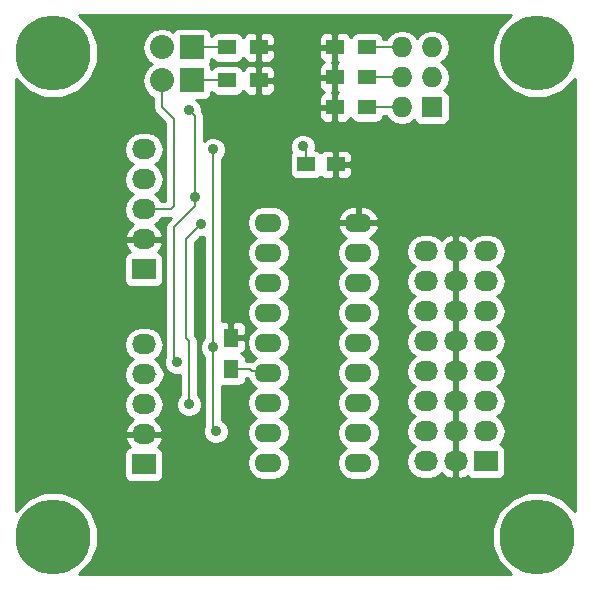
<source format=gtl>
G04 #@! TF.FileFunction,Copper,L1,Top,Signal*
%FSLAX46Y46*%
G04 Gerber Fmt 4.6, Leading zero omitted, Abs format (unit mm)*
G04 Created by KiCad (PCBNEW (after 2015-mar-04 BZR unknown)-product) date 1/1/2016 2:42:15 PM*
%MOMM*%
G01*
G04 APERTURE LIST*
%ADD10C,0.150000*%
%ADD11O,2.300000X1.600000*%
%ADD12R,1.500000X1.300000*%
%ADD13C,6.350000*%
%ADD14R,1.300000X1.500000*%
%ADD15R,1.500000X1.250000*%
%ADD16R,2.032000X2.032000*%
%ADD17O,2.032000X2.032000*%
%ADD18R,1.727200X1.727200*%
%ADD19O,1.727200X1.727200*%
%ADD20R,2.032000X1.727200*%
%ADD21O,2.032000X1.727200*%
%ADD22C,0.889000*%
%ADD23C,0.203200*%
%ADD24C,0.254000*%
G04 APERTURE END LIST*
D10*
D11*
X22225000Y-18415000D03*
X22225000Y-20955000D03*
X22225000Y-23495000D03*
X22225000Y-26035000D03*
X22225000Y-28575000D03*
X22225000Y-31115000D03*
X22225000Y-33655000D03*
X22225000Y-36195000D03*
X22225000Y-38735000D03*
X29845000Y-38735000D03*
X29845000Y-36195000D03*
X29845000Y-33655000D03*
X29845000Y-31115000D03*
X29845000Y-28575000D03*
X29845000Y-26035000D03*
X29845000Y-23495000D03*
X29845000Y-20955000D03*
X29845000Y-18415000D03*
D12*
X27860000Y-8636000D03*
X30560000Y-8636000D03*
X27860000Y-6096000D03*
X30560000Y-6096000D03*
X27860000Y-3556000D03*
X30560000Y-3556000D03*
X21416000Y-3556000D03*
X18716000Y-3556000D03*
X21416000Y-6350000D03*
X18716000Y-6350000D03*
D13*
X4000000Y-45000000D03*
X4000000Y-4000000D03*
X45000000Y-45000000D03*
X45000000Y-4000000D03*
D14*
X19050000Y-28114000D03*
X19050000Y-30814000D03*
D15*
X27920000Y-13462000D03*
X25420000Y-13462000D03*
D16*
X15748000Y-3556000D03*
D17*
X13208000Y-3556000D03*
D16*
X15748000Y-6350000D03*
D17*
X13208000Y-6350000D03*
D18*
X36068000Y-8636000D03*
D19*
X33528000Y-8636000D03*
X36068000Y-6096000D03*
X33528000Y-6096000D03*
X36068000Y-3556000D03*
X33528000Y-3556000D03*
D20*
X11684000Y-22352000D03*
D21*
X11684000Y-19812000D03*
X11684000Y-17272000D03*
X11684000Y-14732000D03*
X11684000Y-12192000D03*
D20*
X11684000Y-38862000D03*
D21*
X11684000Y-36322000D03*
X11684000Y-33782000D03*
X11684000Y-31242000D03*
X11684000Y-28702000D03*
D20*
X40640000Y-38608000D03*
D21*
X38100000Y-38608000D03*
X35560000Y-38608000D03*
X40640000Y-36068000D03*
X38100000Y-36068000D03*
X35560000Y-36068000D03*
X40640000Y-33528000D03*
X38100000Y-33528000D03*
X35560000Y-33528000D03*
X40640000Y-30988000D03*
X38100000Y-30988000D03*
X35560000Y-30988000D03*
X40640000Y-28448000D03*
X38100000Y-28448000D03*
X35560000Y-28448000D03*
X40640000Y-25908000D03*
X38100000Y-25908000D03*
X35560000Y-25908000D03*
X40640000Y-23368000D03*
X38100000Y-23368000D03*
X35560000Y-23368000D03*
X40640000Y-20828000D03*
X38100000Y-20828000D03*
X35560000Y-20828000D03*
D22*
X15494000Y-8890000D03*
X14478000Y-30226000D03*
X16002000Y-16256000D03*
X16510000Y-18542000D03*
X15494000Y-33782000D03*
X25146000Y-11938000D03*
X17526000Y-12192000D03*
X17526000Y-28956000D03*
X17780000Y-36068000D03*
D23*
X33528000Y-8636000D02*
X30560000Y-8636000D01*
X33528000Y-6096000D02*
X30560000Y-6096000D01*
X33528000Y-3556000D02*
X30560000Y-3556000D01*
X19050000Y-30814000D02*
X20654000Y-30814000D01*
X20828000Y-30988000D02*
X22225000Y-31115000D01*
X20654000Y-30814000D02*
X20828000Y-30988000D01*
X16002000Y-9398000D02*
X15494000Y-8890000D01*
X16002000Y-16256000D02*
X16002000Y-9398000D01*
X14478000Y-30226000D02*
X14224000Y-29972000D01*
X14224000Y-29972000D02*
X14224000Y-18796000D01*
X14224000Y-18796000D02*
X16002000Y-17018000D01*
X16002000Y-17018000D02*
X16002000Y-16256000D01*
X11684000Y-31242000D02*
X12700000Y-31242000D01*
X15494000Y-33782000D02*
X15494000Y-28448000D01*
X15494000Y-28448000D02*
X15240000Y-28194000D01*
X15240000Y-28194000D02*
X15240000Y-19812000D01*
X15240000Y-19812000D02*
X16510000Y-18542000D01*
X11684000Y-17272000D02*
X13970000Y-17272000D01*
X13208000Y-8636000D02*
X13208000Y-6350000D01*
X14224000Y-9652000D02*
X13208000Y-8636000D01*
X14224000Y-17018000D02*
X14224000Y-9652000D01*
X13970000Y-17272000D02*
X14224000Y-17018000D01*
X25420000Y-13462000D02*
X25420000Y-12212000D01*
X25420000Y-12212000D02*
X25146000Y-11938000D01*
X17526000Y-28956000D02*
X17526000Y-12192000D01*
X17526000Y-35814000D02*
X17526000Y-28956000D01*
X17780000Y-36068000D02*
X17526000Y-35814000D01*
X10922000Y-12192000D02*
X11684000Y-12192000D01*
X15748000Y-3556000D02*
X18716000Y-3556000D01*
X15748000Y-6350000D02*
X18716000Y-6350000D01*
D24*
G36*
X48174500Y-42787183D02*
X47161009Y-41771923D01*
X45761181Y-41190663D01*
X44245469Y-41189340D01*
X42844628Y-41768156D01*
X42323345Y-42288530D01*
X42323345Y-36068000D01*
X42209271Y-35494511D01*
X41884415Y-35008330D01*
X41569634Y-34798000D01*
X41884415Y-34587670D01*
X42209271Y-34101489D01*
X42323345Y-33528000D01*
X42209271Y-32954511D01*
X41884415Y-32468330D01*
X41569634Y-32258000D01*
X41884415Y-32047670D01*
X42209271Y-31561489D01*
X42323345Y-30988000D01*
X42209271Y-30414511D01*
X41884415Y-29928330D01*
X41569634Y-29718000D01*
X41884415Y-29507670D01*
X42209271Y-29021489D01*
X42323345Y-28448000D01*
X42209271Y-27874511D01*
X41884415Y-27388330D01*
X41569634Y-27178000D01*
X41884415Y-26967670D01*
X42209271Y-26481489D01*
X42323345Y-25908000D01*
X42209271Y-25334511D01*
X41884415Y-24848330D01*
X41569634Y-24638000D01*
X41884415Y-24427670D01*
X42209271Y-23941489D01*
X42323345Y-23368000D01*
X42209271Y-22794511D01*
X41884415Y-22308330D01*
X41569634Y-22098000D01*
X41884415Y-21887670D01*
X42209271Y-21401489D01*
X42323345Y-20828000D01*
X42209271Y-20254511D01*
X41884415Y-19768330D01*
X41398234Y-19443474D01*
X40824745Y-19329400D01*
X40455255Y-19329400D01*
X39881766Y-19443474D01*
X39395585Y-19768330D01*
X39350246Y-19836183D01*
X39014320Y-19536046D01*
X38461913Y-19342816D01*
X38227000Y-19487076D01*
X38227000Y-20701000D01*
X38247000Y-20701000D01*
X38247000Y-20955000D01*
X38227000Y-20955000D01*
X38227000Y-22027076D01*
X38227000Y-22168924D01*
X38227000Y-23241000D01*
X38247000Y-23241000D01*
X38247000Y-23495000D01*
X38227000Y-23495000D01*
X38227000Y-24567076D01*
X38227000Y-24708924D01*
X38227000Y-25781000D01*
X38247000Y-25781000D01*
X38247000Y-26035000D01*
X38227000Y-26035000D01*
X38227000Y-27107076D01*
X38227000Y-27248924D01*
X38227000Y-28321000D01*
X38247000Y-28321000D01*
X38247000Y-28575000D01*
X38227000Y-28575000D01*
X38227000Y-29647076D01*
X38227000Y-29788924D01*
X38227000Y-30861000D01*
X38247000Y-30861000D01*
X38247000Y-31115000D01*
X38227000Y-31115000D01*
X38227000Y-32187076D01*
X38227000Y-32328924D01*
X38227000Y-33401000D01*
X38247000Y-33401000D01*
X38247000Y-33655000D01*
X38227000Y-33655000D01*
X38227000Y-34727076D01*
X38227000Y-34868924D01*
X38227000Y-35941000D01*
X38247000Y-35941000D01*
X38247000Y-36195000D01*
X38227000Y-36195000D01*
X38227000Y-37267076D01*
X38227000Y-37408924D01*
X38227000Y-38481000D01*
X38247000Y-38481000D01*
X38247000Y-38735000D01*
X38227000Y-38735000D01*
X38227000Y-39948924D01*
X38461913Y-40093184D01*
X39014320Y-39899954D01*
X39097217Y-39825887D01*
X39163327Y-39926527D01*
X39374360Y-40068977D01*
X39624000Y-40119040D01*
X41656000Y-40119040D01*
X41898123Y-40072063D01*
X42110927Y-39932273D01*
X42253377Y-39721240D01*
X42303440Y-39471600D01*
X42303440Y-37744400D01*
X42256463Y-37502277D01*
X42116673Y-37289473D01*
X41905640Y-37147023D01*
X41867037Y-37139281D01*
X41884415Y-37127670D01*
X42209271Y-36641489D01*
X42323345Y-36068000D01*
X42323345Y-42288530D01*
X41771923Y-42838991D01*
X41190663Y-44238819D01*
X41189340Y-45754531D01*
X41768156Y-47155372D01*
X42785507Y-48174500D01*
X37973000Y-48174500D01*
X37973000Y-39948924D01*
X37973000Y-38735000D01*
X37953000Y-38735000D01*
X37953000Y-38481000D01*
X37973000Y-38481000D01*
X37973000Y-37408924D01*
X37973000Y-37267076D01*
X37973000Y-36195000D01*
X37953000Y-36195000D01*
X37953000Y-35941000D01*
X37973000Y-35941000D01*
X37973000Y-34868924D01*
X37973000Y-34727076D01*
X37973000Y-33655000D01*
X37953000Y-33655000D01*
X37953000Y-33401000D01*
X37973000Y-33401000D01*
X37973000Y-32328924D01*
X37973000Y-32187076D01*
X37973000Y-31115000D01*
X37953000Y-31115000D01*
X37953000Y-30861000D01*
X37973000Y-30861000D01*
X37973000Y-29788924D01*
X37973000Y-29647076D01*
X37973000Y-28575000D01*
X37953000Y-28575000D01*
X37953000Y-28321000D01*
X37973000Y-28321000D01*
X37973000Y-27248924D01*
X37973000Y-27107076D01*
X37973000Y-26035000D01*
X37953000Y-26035000D01*
X37953000Y-25781000D01*
X37973000Y-25781000D01*
X37973000Y-24708924D01*
X37973000Y-24567076D01*
X37973000Y-23495000D01*
X37953000Y-23495000D01*
X37953000Y-23241000D01*
X37973000Y-23241000D01*
X37973000Y-22168924D01*
X37973000Y-22027076D01*
X37973000Y-20955000D01*
X37953000Y-20955000D01*
X37953000Y-20701000D01*
X37973000Y-20701000D01*
X37973000Y-19487076D01*
X37738087Y-19342816D01*
X37595959Y-19392531D01*
X37595959Y-6096000D01*
X37481885Y-5522511D01*
X37157029Y-5036330D01*
X36842248Y-4826000D01*
X37157029Y-4615670D01*
X37481885Y-4129489D01*
X37595959Y-3556000D01*
X37481885Y-2982511D01*
X37157029Y-2496330D01*
X36670848Y-2171474D01*
X36097359Y-2057400D01*
X36038641Y-2057400D01*
X35465152Y-2171474D01*
X34978971Y-2496330D01*
X34798000Y-2767172D01*
X34617029Y-2496330D01*
X34130848Y-2171474D01*
X33557359Y-2057400D01*
X33498641Y-2057400D01*
X32925152Y-2171474D01*
X32438971Y-2496330D01*
X32223102Y-2819400D01*
X31940637Y-2819400D01*
X31910463Y-2663877D01*
X31770673Y-2451073D01*
X31559640Y-2308623D01*
X31310000Y-2258560D01*
X29810000Y-2258560D01*
X29567877Y-2305537D01*
X29355073Y-2445327D01*
X29212623Y-2656360D01*
X29206520Y-2686791D01*
X29148327Y-2546301D01*
X28969698Y-2367673D01*
X28736309Y-2271000D01*
X28145750Y-2271000D01*
X27987000Y-2429750D01*
X27987000Y-3429000D01*
X28007000Y-3429000D01*
X28007000Y-3683000D01*
X27987000Y-3683000D01*
X27987000Y-4682250D01*
X28130750Y-4826000D01*
X27987000Y-4969750D01*
X27987000Y-5969000D01*
X28007000Y-5969000D01*
X28007000Y-6223000D01*
X27987000Y-6223000D01*
X27987000Y-7222250D01*
X28130750Y-7366000D01*
X27987000Y-7509750D01*
X27987000Y-8509000D01*
X28007000Y-8509000D01*
X28007000Y-8763000D01*
X27987000Y-8763000D01*
X27987000Y-9762250D01*
X28145750Y-9921000D01*
X28736309Y-9921000D01*
X28969698Y-9824327D01*
X29148327Y-9645699D01*
X29205546Y-9507557D01*
X29209537Y-9528123D01*
X29349327Y-9740927D01*
X29560360Y-9883377D01*
X29810000Y-9933440D01*
X31310000Y-9933440D01*
X31552123Y-9886463D01*
X31764927Y-9746673D01*
X31907377Y-9535640D01*
X31940073Y-9372600D01*
X32223102Y-9372600D01*
X32438971Y-9695670D01*
X32925152Y-10020526D01*
X33498641Y-10134600D01*
X33557359Y-10134600D01*
X34130848Y-10020526D01*
X34597529Y-9708699D01*
X34603937Y-9741723D01*
X34743727Y-9954527D01*
X34954760Y-10096977D01*
X35204400Y-10147040D01*
X36931600Y-10147040D01*
X37173723Y-10100063D01*
X37386527Y-9960273D01*
X37528977Y-9749240D01*
X37579040Y-9499600D01*
X37579040Y-7772400D01*
X37532063Y-7530277D01*
X37392273Y-7317473D01*
X37181240Y-7175023D01*
X37140340Y-7166820D01*
X37157029Y-7155670D01*
X37481885Y-6669489D01*
X37595959Y-6096000D01*
X37595959Y-19392531D01*
X37185680Y-19536046D01*
X36849753Y-19836183D01*
X36804415Y-19768330D01*
X36318234Y-19443474D01*
X35744745Y-19329400D01*
X35375255Y-19329400D01*
X34801766Y-19443474D01*
X34315585Y-19768330D01*
X33990729Y-20254511D01*
X33876655Y-20828000D01*
X33990729Y-21401489D01*
X34315585Y-21887670D01*
X34630365Y-22098000D01*
X34315585Y-22308330D01*
X33990729Y-22794511D01*
X33876655Y-23368000D01*
X33990729Y-23941489D01*
X34315585Y-24427670D01*
X34630365Y-24638000D01*
X34315585Y-24848330D01*
X33990729Y-25334511D01*
X33876655Y-25908000D01*
X33990729Y-26481489D01*
X34315585Y-26967670D01*
X34630365Y-27178000D01*
X34315585Y-27388330D01*
X33990729Y-27874511D01*
X33876655Y-28448000D01*
X33990729Y-29021489D01*
X34315585Y-29507670D01*
X34630365Y-29718000D01*
X34315585Y-29928330D01*
X33990729Y-30414511D01*
X33876655Y-30988000D01*
X33990729Y-31561489D01*
X34315585Y-32047670D01*
X34630365Y-32258000D01*
X34315585Y-32468330D01*
X33990729Y-32954511D01*
X33876655Y-33528000D01*
X33990729Y-34101489D01*
X34315585Y-34587670D01*
X34630365Y-34798000D01*
X34315585Y-35008330D01*
X33990729Y-35494511D01*
X33876655Y-36068000D01*
X33990729Y-36641489D01*
X34315585Y-37127670D01*
X34630365Y-37338000D01*
X34315585Y-37548330D01*
X33990729Y-38034511D01*
X33876655Y-38608000D01*
X33990729Y-39181489D01*
X34315585Y-39667670D01*
X34801766Y-39992526D01*
X35375255Y-40106600D01*
X35744745Y-40106600D01*
X36318234Y-39992526D01*
X36804415Y-39667670D01*
X36849753Y-39599816D01*
X37185680Y-39899954D01*
X37738087Y-40093184D01*
X37973000Y-39948924D01*
X37973000Y-48174500D01*
X31664970Y-48174500D01*
X31664970Y-38735000D01*
X31555737Y-38185849D01*
X31244668Y-37720302D01*
X30862582Y-37465000D01*
X31244668Y-37209698D01*
X31555737Y-36744151D01*
X31664970Y-36195000D01*
X31555737Y-35645849D01*
X31244668Y-35180302D01*
X30862582Y-34925000D01*
X31244668Y-34669698D01*
X31555737Y-34204151D01*
X31664970Y-33655000D01*
X31555737Y-33105849D01*
X31244668Y-32640302D01*
X30862582Y-32385000D01*
X31244668Y-32129698D01*
X31555737Y-31664151D01*
X31664970Y-31115000D01*
X31555737Y-30565849D01*
X31244668Y-30100302D01*
X30862582Y-29845000D01*
X31244668Y-29589698D01*
X31555737Y-29124151D01*
X31664970Y-28575000D01*
X31555737Y-28025849D01*
X31244668Y-27560302D01*
X30862582Y-27305000D01*
X31244668Y-27049698D01*
X31555737Y-26584151D01*
X31664970Y-26035000D01*
X31555737Y-25485849D01*
X31244668Y-25020302D01*
X30862582Y-24765000D01*
X31244668Y-24509698D01*
X31555737Y-24044151D01*
X31664970Y-23495000D01*
X31555737Y-22945849D01*
X31244668Y-22480302D01*
X30862582Y-22225000D01*
X31244668Y-21969698D01*
X31555737Y-21504151D01*
X31664970Y-20955000D01*
X31555737Y-20405849D01*
X31244668Y-19940302D01*
X30866848Y-19687850D01*
X31299500Y-19339896D01*
X31569367Y-18846819D01*
X31586904Y-18764039D01*
X31586904Y-18065961D01*
X31569367Y-17983181D01*
X31299500Y-17490104D01*
X30861483Y-17137834D01*
X30322000Y-16980000D01*
X29972000Y-16980000D01*
X29972000Y-18288000D01*
X31464915Y-18288000D01*
X31586904Y-18065961D01*
X31586904Y-18764039D01*
X31464915Y-18542000D01*
X29972000Y-18542000D01*
X29972000Y-18562000D01*
X29718000Y-18562000D01*
X29718000Y-18542000D01*
X29718000Y-18288000D01*
X29718000Y-16980000D01*
X29368000Y-16980000D01*
X29305000Y-16998431D01*
X29305000Y-14213310D01*
X29305000Y-13960691D01*
X29305000Y-13747750D01*
X29305000Y-13176250D01*
X29305000Y-12963309D01*
X29305000Y-12710690D01*
X29208327Y-12477301D01*
X29029698Y-12298673D01*
X28796309Y-12202000D01*
X28205750Y-12202000D01*
X28047000Y-12360750D01*
X28047000Y-13335000D01*
X29146250Y-13335000D01*
X29305000Y-13176250D01*
X29305000Y-13747750D01*
X29146250Y-13589000D01*
X28047000Y-13589000D01*
X28047000Y-14563250D01*
X28205750Y-14722000D01*
X28796309Y-14722000D01*
X29029698Y-14625327D01*
X29208327Y-14446699D01*
X29305000Y-14213310D01*
X29305000Y-16998431D01*
X28828517Y-17137834D01*
X28390500Y-17490104D01*
X28120633Y-17983181D01*
X28103096Y-18065961D01*
X28225085Y-18288000D01*
X29718000Y-18288000D01*
X29718000Y-18542000D01*
X28225085Y-18542000D01*
X28103096Y-18764039D01*
X28120633Y-18846819D01*
X28390500Y-19339896D01*
X28823151Y-19687850D01*
X28445332Y-19940302D01*
X28134263Y-20405849D01*
X28025030Y-20955000D01*
X28134263Y-21504151D01*
X28445332Y-21969698D01*
X28827417Y-22225000D01*
X28445332Y-22480302D01*
X28134263Y-22945849D01*
X28025030Y-23495000D01*
X28134263Y-24044151D01*
X28445332Y-24509698D01*
X28827417Y-24765000D01*
X28445332Y-25020302D01*
X28134263Y-25485849D01*
X28025030Y-26035000D01*
X28134263Y-26584151D01*
X28445332Y-27049698D01*
X28827417Y-27305000D01*
X28445332Y-27560302D01*
X28134263Y-28025849D01*
X28025030Y-28575000D01*
X28134263Y-29124151D01*
X28445332Y-29589698D01*
X28827417Y-29845000D01*
X28445332Y-30100302D01*
X28134263Y-30565849D01*
X28025030Y-31115000D01*
X28134263Y-31664151D01*
X28445332Y-32129698D01*
X28827417Y-32385000D01*
X28445332Y-32640302D01*
X28134263Y-33105849D01*
X28025030Y-33655000D01*
X28134263Y-34204151D01*
X28445332Y-34669698D01*
X28827417Y-34925000D01*
X28445332Y-35180302D01*
X28134263Y-35645849D01*
X28025030Y-36195000D01*
X28134263Y-36744151D01*
X28445332Y-37209698D01*
X28827417Y-37465000D01*
X28445332Y-37720302D01*
X28134263Y-38185849D01*
X28025030Y-38735000D01*
X28134263Y-39284151D01*
X28445332Y-39749698D01*
X28910879Y-40060767D01*
X29460030Y-40170000D01*
X30229970Y-40170000D01*
X30779121Y-40060767D01*
X31244668Y-39749698D01*
X31555737Y-39284151D01*
X31664970Y-38735000D01*
X31664970Y-48174500D01*
X27793000Y-48174500D01*
X27793000Y-14563250D01*
X27793000Y-13589000D01*
X27773000Y-13589000D01*
X27773000Y-13335000D01*
X27793000Y-13335000D01*
X27793000Y-12360750D01*
X27733000Y-12300750D01*
X27733000Y-9762250D01*
X27733000Y-8763000D01*
X27733000Y-8509000D01*
X27733000Y-7509750D01*
X27589250Y-7366000D01*
X27733000Y-7222250D01*
X27733000Y-6223000D01*
X27733000Y-5969000D01*
X27733000Y-4969750D01*
X27589250Y-4826000D01*
X27733000Y-4682250D01*
X27733000Y-3683000D01*
X27733000Y-3429000D01*
X27733000Y-2429750D01*
X27574250Y-2271000D01*
X26983691Y-2271000D01*
X26750302Y-2367673D01*
X26571673Y-2546301D01*
X26475000Y-2779690D01*
X26475000Y-3032309D01*
X26475000Y-3270250D01*
X26633750Y-3429000D01*
X27733000Y-3429000D01*
X27733000Y-3683000D01*
X26633750Y-3683000D01*
X26475000Y-3841750D01*
X26475000Y-4079691D01*
X26475000Y-4332310D01*
X26571673Y-4565699D01*
X26750302Y-4744327D01*
X26947477Y-4826000D01*
X26750302Y-4907673D01*
X26571673Y-5086301D01*
X26475000Y-5319690D01*
X26475000Y-5572309D01*
X26475000Y-5810250D01*
X26633750Y-5969000D01*
X27733000Y-5969000D01*
X27733000Y-6223000D01*
X26633750Y-6223000D01*
X26475000Y-6381750D01*
X26475000Y-6619691D01*
X26475000Y-6872310D01*
X26571673Y-7105699D01*
X26750302Y-7284327D01*
X26947477Y-7366000D01*
X26750302Y-7447673D01*
X26571673Y-7626301D01*
X26475000Y-7859690D01*
X26475000Y-8112309D01*
X26475000Y-8350250D01*
X26633750Y-8509000D01*
X27733000Y-8509000D01*
X27733000Y-8763000D01*
X26633750Y-8763000D01*
X26475000Y-8921750D01*
X26475000Y-9159691D01*
X26475000Y-9412310D01*
X26571673Y-9645699D01*
X26750302Y-9824327D01*
X26983691Y-9921000D01*
X27574250Y-9921000D01*
X27733000Y-9762250D01*
X27733000Y-12300750D01*
X27634250Y-12202000D01*
X27043691Y-12202000D01*
X26810302Y-12298673D01*
X26668823Y-12440150D01*
X26630673Y-12382073D01*
X26419640Y-12239623D01*
X26207302Y-12197040D01*
X26225313Y-12153668D01*
X26225687Y-11724216D01*
X26061689Y-11327311D01*
X25758286Y-11023378D01*
X25361668Y-10858687D01*
X24932216Y-10858313D01*
X24535311Y-11022311D01*
X24231378Y-11325714D01*
X24066687Y-11722332D01*
X24066313Y-12151784D01*
X24180348Y-12427770D01*
X24072623Y-12587360D01*
X24022560Y-12837000D01*
X24022560Y-14087000D01*
X24069537Y-14329123D01*
X24209327Y-14541927D01*
X24420360Y-14684377D01*
X24670000Y-14734440D01*
X26170000Y-14734440D01*
X26412123Y-14687463D01*
X26624927Y-14547673D01*
X26668337Y-14483362D01*
X26810302Y-14625327D01*
X27043691Y-14722000D01*
X27634250Y-14722000D01*
X27793000Y-14563250D01*
X27793000Y-48174500D01*
X24044970Y-48174500D01*
X24044970Y-38735000D01*
X23935737Y-38185849D01*
X23624668Y-37720302D01*
X23242582Y-37465000D01*
X23624668Y-37209698D01*
X23935737Y-36744151D01*
X24044970Y-36195000D01*
X23935737Y-35645849D01*
X23624668Y-35180302D01*
X23242582Y-34925000D01*
X23624668Y-34669698D01*
X23935737Y-34204151D01*
X24044970Y-33655000D01*
X23935737Y-33105849D01*
X23624668Y-32640302D01*
X23242582Y-32385000D01*
X23624668Y-32129698D01*
X23935737Y-31664151D01*
X24044970Y-31115000D01*
X23935737Y-30565849D01*
X23624668Y-30100302D01*
X23242582Y-29845000D01*
X23624668Y-29589698D01*
X23935737Y-29124151D01*
X24044970Y-28575000D01*
X23935737Y-28025849D01*
X23624668Y-27560302D01*
X23242582Y-27305000D01*
X23624668Y-27049698D01*
X23935737Y-26584151D01*
X24044970Y-26035000D01*
X23935737Y-25485849D01*
X23624668Y-25020302D01*
X23242582Y-24765000D01*
X23624668Y-24509698D01*
X23935737Y-24044151D01*
X24044970Y-23495000D01*
X23935737Y-22945849D01*
X23624668Y-22480302D01*
X23242582Y-22225000D01*
X23624668Y-21969698D01*
X23935737Y-21504151D01*
X24044970Y-20955000D01*
X23935737Y-20405849D01*
X23624668Y-19940302D01*
X23242582Y-19685000D01*
X23624668Y-19429698D01*
X23935737Y-18964151D01*
X24044970Y-18415000D01*
X23935737Y-17865849D01*
X23624668Y-17400302D01*
X23159121Y-17089233D01*
X22801000Y-17017998D01*
X22801000Y-7126310D01*
X22801000Y-6873691D01*
X22801000Y-6635750D01*
X22801000Y-6064250D01*
X22801000Y-5826309D01*
X22801000Y-5573690D01*
X22801000Y-4332310D01*
X22801000Y-4079691D01*
X22801000Y-3841750D01*
X22801000Y-3270250D01*
X22801000Y-3032309D01*
X22801000Y-2779690D01*
X22704327Y-2546301D01*
X22525698Y-2367673D01*
X22292309Y-2271000D01*
X21701750Y-2271000D01*
X21543000Y-2429750D01*
X21543000Y-3429000D01*
X22642250Y-3429000D01*
X22801000Y-3270250D01*
X22801000Y-3841750D01*
X22642250Y-3683000D01*
X21543000Y-3683000D01*
X21543000Y-4682250D01*
X21701750Y-4841000D01*
X22292309Y-4841000D01*
X22525698Y-4744327D01*
X22704327Y-4565699D01*
X22801000Y-4332310D01*
X22801000Y-5573690D01*
X22704327Y-5340301D01*
X22525698Y-5161673D01*
X22292309Y-5065000D01*
X21701750Y-5065000D01*
X21543000Y-5223750D01*
X21543000Y-6223000D01*
X22642250Y-6223000D01*
X22801000Y-6064250D01*
X22801000Y-6635750D01*
X22642250Y-6477000D01*
X21543000Y-6477000D01*
X21543000Y-7476250D01*
X21701750Y-7635000D01*
X22292309Y-7635000D01*
X22525698Y-7538327D01*
X22704327Y-7359699D01*
X22801000Y-7126310D01*
X22801000Y-17017998D01*
X22609970Y-16980000D01*
X21840030Y-16980000D01*
X21290879Y-17089233D01*
X20825332Y-17400302D01*
X20514263Y-17865849D01*
X20405030Y-18415000D01*
X20514263Y-18964151D01*
X20825332Y-19429698D01*
X21207417Y-19685000D01*
X20825332Y-19940302D01*
X20514263Y-20405849D01*
X20405030Y-20955000D01*
X20514263Y-21504151D01*
X20825332Y-21969698D01*
X21207417Y-22225000D01*
X20825332Y-22480302D01*
X20514263Y-22945849D01*
X20405030Y-23495000D01*
X20514263Y-24044151D01*
X20825332Y-24509698D01*
X21207417Y-24765000D01*
X20825332Y-25020302D01*
X20514263Y-25485849D01*
X20405030Y-26035000D01*
X20514263Y-26584151D01*
X20825332Y-27049698D01*
X21207417Y-27305000D01*
X20825332Y-27560302D01*
X20514263Y-28025849D01*
X20405030Y-28575000D01*
X20514263Y-29124151D01*
X20825332Y-29589698D01*
X21207417Y-29845000D01*
X20825332Y-30100302D01*
X20818739Y-30110168D01*
X20654000Y-30077400D01*
X20347440Y-30077400D01*
X20347440Y-30064000D01*
X20300463Y-29821877D01*
X20160673Y-29609073D01*
X19949640Y-29466623D01*
X19919208Y-29460520D01*
X20059699Y-29402327D01*
X20238327Y-29223698D01*
X20335000Y-28990309D01*
X20335000Y-28399750D01*
X20335000Y-27828250D01*
X20335000Y-27237691D01*
X20238327Y-27004302D01*
X20059699Y-26825673D01*
X19826310Y-26729000D01*
X19573691Y-26729000D01*
X19335750Y-26729000D01*
X19177000Y-26887750D01*
X19177000Y-27987000D01*
X20176250Y-27987000D01*
X20335000Y-27828250D01*
X20335000Y-28399750D01*
X20176250Y-28241000D01*
X19177000Y-28241000D01*
X19177000Y-28261000D01*
X18923000Y-28261000D01*
X18923000Y-28241000D01*
X18903000Y-28241000D01*
X18903000Y-27987000D01*
X18923000Y-27987000D01*
X18923000Y-26887750D01*
X18764250Y-26729000D01*
X18526309Y-26729000D01*
X18273690Y-26729000D01*
X18262600Y-26733593D01*
X18262600Y-12981997D01*
X18440622Y-12804286D01*
X18605313Y-12407668D01*
X18605687Y-11978216D01*
X18441689Y-11581311D01*
X18138286Y-11277378D01*
X17741668Y-11112687D01*
X17312216Y-11112313D01*
X16915311Y-11276311D01*
X16738600Y-11452713D01*
X16738600Y-9398000D01*
X16682530Y-9116115D01*
X16573446Y-8952859D01*
X16573687Y-8676216D01*
X16409689Y-8279311D01*
X16144281Y-8013440D01*
X16764000Y-8013440D01*
X17006123Y-7966463D01*
X17218927Y-7826673D01*
X17361377Y-7615640D01*
X17411440Y-7366000D01*
X17411440Y-7312001D01*
X17505327Y-7454927D01*
X17716360Y-7597377D01*
X17966000Y-7647440D01*
X19466000Y-7647440D01*
X19708123Y-7600463D01*
X19920927Y-7460673D01*
X20063377Y-7249640D01*
X20069479Y-7219208D01*
X20127673Y-7359699D01*
X20306302Y-7538327D01*
X20539691Y-7635000D01*
X21130250Y-7635000D01*
X21289000Y-7476250D01*
X21289000Y-6477000D01*
X21269000Y-6477000D01*
X21269000Y-6223000D01*
X21289000Y-6223000D01*
X21289000Y-5223750D01*
X21130250Y-5065000D01*
X20539691Y-5065000D01*
X20306302Y-5161673D01*
X20127673Y-5340301D01*
X20070453Y-5478442D01*
X20066463Y-5457877D01*
X19926673Y-5245073D01*
X19715640Y-5102623D01*
X19466000Y-5052560D01*
X17966000Y-5052560D01*
X17723877Y-5099537D01*
X17511073Y-5239327D01*
X17411440Y-5386928D01*
X17411440Y-5334000D01*
X17364463Y-5091877D01*
X17272974Y-4952603D01*
X17361377Y-4821640D01*
X17411440Y-4572000D01*
X17411440Y-4518001D01*
X17505327Y-4660927D01*
X17716360Y-4803377D01*
X17966000Y-4853440D01*
X19466000Y-4853440D01*
X19708123Y-4806463D01*
X19920927Y-4666673D01*
X20063377Y-4455640D01*
X20069479Y-4425208D01*
X20127673Y-4565699D01*
X20306302Y-4744327D01*
X20539691Y-4841000D01*
X21130250Y-4841000D01*
X21289000Y-4682250D01*
X21289000Y-3683000D01*
X21269000Y-3683000D01*
X21269000Y-3429000D01*
X21289000Y-3429000D01*
X21289000Y-2429750D01*
X21130250Y-2271000D01*
X20539691Y-2271000D01*
X20306302Y-2367673D01*
X20127673Y-2546301D01*
X20070453Y-2684442D01*
X20066463Y-2663877D01*
X19926673Y-2451073D01*
X19715640Y-2308623D01*
X19466000Y-2258560D01*
X17966000Y-2258560D01*
X17723877Y-2305537D01*
X17511073Y-2445327D01*
X17411440Y-2592928D01*
X17411440Y-2540000D01*
X17364463Y-2297877D01*
X17224673Y-2085073D01*
X17013640Y-1942623D01*
X16764000Y-1892560D01*
X14732000Y-1892560D01*
X14489877Y-1939537D01*
X14277073Y-2079327D01*
X14178836Y-2224860D01*
X13839810Y-1998330D01*
X13208000Y-1872655D01*
X12576190Y-1998330D01*
X12040567Y-2356222D01*
X11682675Y-2891845D01*
X11557000Y-3523655D01*
X11557000Y-3588345D01*
X11682675Y-4220155D01*
X12040567Y-4755778D01*
X12335730Y-4953000D01*
X12040567Y-5150222D01*
X11682675Y-5685845D01*
X11557000Y-6317655D01*
X11557000Y-6382345D01*
X11682675Y-7014155D01*
X12040567Y-7549778D01*
X12471400Y-7837651D01*
X12471400Y-8636000D01*
X12527470Y-8917885D01*
X12687145Y-9156855D01*
X13487400Y-9957110D01*
X13487400Y-16535400D01*
X13144283Y-16535400D01*
X12928415Y-16212330D01*
X12613634Y-16002000D01*
X12928415Y-15791670D01*
X13253271Y-15305489D01*
X13367345Y-14732000D01*
X13253271Y-14158511D01*
X12928415Y-13672330D01*
X12613634Y-13462000D01*
X12928415Y-13251670D01*
X13253271Y-12765489D01*
X13367345Y-12192000D01*
X13253271Y-11618511D01*
X12928415Y-11132330D01*
X12442234Y-10807474D01*
X11868745Y-10693400D01*
X11499255Y-10693400D01*
X10925766Y-10807474D01*
X10439585Y-11132330D01*
X10114729Y-11618511D01*
X10000655Y-12192000D01*
X10114729Y-12765489D01*
X10439585Y-13251670D01*
X10754365Y-13462000D01*
X10439585Y-13672330D01*
X10114729Y-14158511D01*
X10000655Y-14732000D01*
X10114729Y-15305489D01*
X10439585Y-15791670D01*
X10754365Y-16002000D01*
X10439585Y-16212330D01*
X10114729Y-16698511D01*
X10000655Y-17272000D01*
X10114729Y-17845489D01*
X10439585Y-18331670D01*
X10749069Y-18538460D01*
X10333268Y-18909964D01*
X10079291Y-19437209D01*
X10076642Y-19452974D01*
X10197783Y-19685000D01*
X11557000Y-19685000D01*
X11557000Y-19665000D01*
X11811000Y-19665000D01*
X11811000Y-19685000D01*
X13170217Y-19685000D01*
X13291358Y-19452974D01*
X13288709Y-19437209D01*
X13034732Y-18909964D01*
X12618930Y-18538460D01*
X12928415Y-18331670D01*
X13144283Y-18008600D01*
X13969690Y-18008600D01*
X13703145Y-18275145D01*
X13543470Y-18514115D01*
X13487400Y-18796000D01*
X13487400Y-29796688D01*
X13398687Y-30010332D01*
X13398313Y-30439784D01*
X13562311Y-30836689D01*
X13865714Y-31140622D01*
X14262332Y-31305313D01*
X14691784Y-31305687D01*
X14757400Y-31278574D01*
X14757400Y-32992002D01*
X14579378Y-33169714D01*
X14414687Y-33566332D01*
X14414313Y-33995784D01*
X14578311Y-34392689D01*
X14881714Y-34696622D01*
X15278332Y-34861313D01*
X15707784Y-34861687D01*
X16104689Y-34697689D01*
X16408622Y-34394286D01*
X16573313Y-33997668D01*
X16573687Y-33568216D01*
X16409689Y-33171311D01*
X16230600Y-32991909D01*
X16230600Y-28448000D01*
X16174530Y-28166115D01*
X16014855Y-27927145D01*
X15976600Y-27888890D01*
X15976600Y-20117110D01*
X16472242Y-19621467D01*
X16723784Y-19621687D01*
X16789400Y-19594574D01*
X16789400Y-28166002D01*
X16611378Y-28343714D01*
X16446687Y-28740332D01*
X16446313Y-29169784D01*
X16610311Y-29566689D01*
X16789400Y-29746090D01*
X16789400Y-35638688D01*
X16700687Y-35852332D01*
X16700313Y-36281784D01*
X16864311Y-36678689D01*
X17167714Y-36982622D01*
X17564332Y-37147313D01*
X17993784Y-37147687D01*
X18390689Y-36983689D01*
X18694622Y-36680286D01*
X18859313Y-36283668D01*
X18859687Y-35854216D01*
X18695689Y-35457311D01*
X18392286Y-35153378D01*
X18262600Y-35099527D01*
X18262600Y-32183885D01*
X18400000Y-32211440D01*
X19700000Y-32211440D01*
X19942123Y-32164463D01*
X20154927Y-32024673D01*
X20297377Y-31813640D01*
X20347440Y-31564000D01*
X20347440Y-31550600D01*
X20369620Y-31550600D01*
X20399377Y-31570483D01*
X20485660Y-31640215D01*
X20510988Y-31647690D01*
X20514263Y-31664151D01*
X20825332Y-32129698D01*
X21207417Y-32385000D01*
X20825332Y-32640302D01*
X20514263Y-33105849D01*
X20405030Y-33655000D01*
X20514263Y-34204151D01*
X20825332Y-34669698D01*
X21207417Y-34925000D01*
X20825332Y-35180302D01*
X20514263Y-35645849D01*
X20405030Y-36195000D01*
X20514263Y-36744151D01*
X20825332Y-37209698D01*
X21207417Y-37465000D01*
X20825332Y-37720302D01*
X20514263Y-38185849D01*
X20405030Y-38735000D01*
X20514263Y-39284151D01*
X20825332Y-39749698D01*
X21290879Y-40060767D01*
X21840030Y-40170000D01*
X22609970Y-40170000D01*
X23159121Y-40060767D01*
X23624668Y-39749698D01*
X23935737Y-39284151D01*
X24044970Y-38735000D01*
X24044970Y-48174500D01*
X13436600Y-48174500D01*
X13436600Y-31242000D01*
X13380530Y-30960115D01*
X13281918Y-30812533D01*
X13253271Y-30668511D01*
X12928415Y-30182330D01*
X12613634Y-29972000D01*
X12928415Y-29761670D01*
X13253271Y-29275489D01*
X13367345Y-28702000D01*
X13347440Y-28601930D01*
X13347440Y-23215600D01*
X13347440Y-21488400D01*
X13300463Y-21246277D01*
X13160673Y-21033473D01*
X12949640Y-20891023D01*
X12857354Y-20872516D01*
X13034732Y-20714036D01*
X13288709Y-20186791D01*
X13291358Y-20171026D01*
X13170217Y-19939000D01*
X11811000Y-19939000D01*
X11811000Y-19959000D01*
X11557000Y-19959000D01*
X11557000Y-19939000D01*
X10197783Y-19939000D01*
X10076642Y-20171026D01*
X10079291Y-20186791D01*
X10333268Y-20714036D01*
X10509701Y-20871673D01*
X10425877Y-20887937D01*
X10213073Y-21027727D01*
X10070623Y-21238760D01*
X10020560Y-21488400D01*
X10020560Y-23215600D01*
X10067537Y-23457723D01*
X10207327Y-23670527D01*
X10418360Y-23812977D01*
X10668000Y-23863040D01*
X12700000Y-23863040D01*
X12942123Y-23816063D01*
X13154927Y-23676273D01*
X13297377Y-23465240D01*
X13347440Y-23215600D01*
X13347440Y-28601930D01*
X13253271Y-28128511D01*
X12928415Y-27642330D01*
X12442234Y-27317474D01*
X11868745Y-27203400D01*
X11499255Y-27203400D01*
X10925766Y-27317474D01*
X10439585Y-27642330D01*
X10114729Y-28128511D01*
X10000655Y-28702000D01*
X10114729Y-29275489D01*
X10439585Y-29761670D01*
X10754365Y-29972000D01*
X10439585Y-30182330D01*
X10114729Y-30668511D01*
X10000655Y-31242000D01*
X10114729Y-31815489D01*
X10439585Y-32301670D01*
X10754365Y-32512000D01*
X10439585Y-32722330D01*
X10114729Y-33208511D01*
X10000655Y-33782000D01*
X10114729Y-34355489D01*
X10439585Y-34841670D01*
X10749069Y-35048460D01*
X10333268Y-35419964D01*
X10079291Y-35947209D01*
X10076642Y-35962974D01*
X10197783Y-36195000D01*
X11557000Y-36195000D01*
X11557000Y-36175000D01*
X11811000Y-36175000D01*
X11811000Y-36195000D01*
X13170217Y-36195000D01*
X13291358Y-35962974D01*
X13288709Y-35947209D01*
X13034732Y-35419964D01*
X12618930Y-35048460D01*
X12928415Y-34841670D01*
X13253271Y-34355489D01*
X13367345Y-33782000D01*
X13253271Y-33208511D01*
X12928415Y-32722330D01*
X12613634Y-32512000D01*
X12928415Y-32301670D01*
X13253271Y-31815489D01*
X13281918Y-31671466D01*
X13380530Y-31523885D01*
X13436600Y-31242000D01*
X13436600Y-48174500D01*
X13347440Y-48174500D01*
X13347440Y-39725600D01*
X13347440Y-37998400D01*
X13300463Y-37756277D01*
X13160673Y-37543473D01*
X12949640Y-37401023D01*
X12857354Y-37382516D01*
X13034732Y-37224036D01*
X13288709Y-36696791D01*
X13291358Y-36681026D01*
X13170217Y-36449000D01*
X11811000Y-36449000D01*
X11811000Y-36469000D01*
X11557000Y-36469000D01*
X11557000Y-36449000D01*
X10197783Y-36449000D01*
X10076642Y-36681026D01*
X10079291Y-36696791D01*
X10333268Y-37224036D01*
X10509701Y-37381673D01*
X10425877Y-37397937D01*
X10213073Y-37537727D01*
X10070623Y-37748760D01*
X10020560Y-37998400D01*
X10020560Y-39725600D01*
X10067537Y-39967723D01*
X10207327Y-40180527D01*
X10418360Y-40322977D01*
X10668000Y-40373040D01*
X12700000Y-40373040D01*
X12942123Y-40326063D01*
X13154927Y-40186273D01*
X13297377Y-39975240D01*
X13347440Y-39725600D01*
X13347440Y-48174500D01*
X6212816Y-48174500D01*
X7228077Y-47161009D01*
X7809337Y-45761181D01*
X7810660Y-44245469D01*
X7231844Y-42844628D01*
X6161009Y-41771923D01*
X4761181Y-41190663D01*
X3245469Y-41189340D01*
X1844628Y-41768156D01*
X825500Y-42785507D01*
X825500Y-6212816D01*
X1838991Y-7228077D01*
X3238819Y-7809337D01*
X4754531Y-7810660D01*
X6155372Y-7231844D01*
X7228077Y-6161009D01*
X7809337Y-4761181D01*
X7810660Y-3245469D01*
X7231844Y-1844628D01*
X6214492Y-825500D01*
X42787183Y-825500D01*
X41771923Y-1838991D01*
X41190663Y-3238819D01*
X41189340Y-4754531D01*
X41768156Y-6155372D01*
X42838991Y-7228077D01*
X44238819Y-7809337D01*
X45754531Y-7810660D01*
X47155372Y-7231844D01*
X48174500Y-6214492D01*
X48174500Y-42787183D01*
X48174500Y-42787183D01*
G37*
X48174500Y-42787183D02*
X47161009Y-41771923D01*
X45761181Y-41190663D01*
X44245469Y-41189340D01*
X42844628Y-41768156D01*
X42323345Y-42288530D01*
X42323345Y-36068000D01*
X42209271Y-35494511D01*
X41884415Y-35008330D01*
X41569634Y-34798000D01*
X41884415Y-34587670D01*
X42209271Y-34101489D01*
X42323345Y-33528000D01*
X42209271Y-32954511D01*
X41884415Y-32468330D01*
X41569634Y-32258000D01*
X41884415Y-32047670D01*
X42209271Y-31561489D01*
X42323345Y-30988000D01*
X42209271Y-30414511D01*
X41884415Y-29928330D01*
X41569634Y-29718000D01*
X41884415Y-29507670D01*
X42209271Y-29021489D01*
X42323345Y-28448000D01*
X42209271Y-27874511D01*
X41884415Y-27388330D01*
X41569634Y-27178000D01*
X41884415Y-26967670D01*
X42209271Y-26481489D01*
X42323345Y-25908000D01*
X42209271Y-25334511D01*
X41884415Y-24848330D01*
X41569634Y-24638000D01*
X41884415Y-24427670D01*
X42209271Y-23941489D01*
X42323345Y-23368000D01*
X42209271Y-22794511D01*
X41884415Y-22308330D01*
X41569634Y-22098000D01*
X41884415Y-21887670D01*
X42209271Y-21401489D01*
X42323345Y-20828000D01*
X42209271Y-20254511D01*
X41884415Y-19768330D01*
X41398234Y-19443474D01*
X40824745Y-19329400D01*
X40455255Y-19329400D01*
X39881766Y-19443474D01*
X39395585Y-19768330D01*
X39350246Y-19836183D01*
X39014320Y-19536046D01*
X38461913Y-19342816D01*
X38227000Y-19487076D01*
X38227000Y-20701000D01*
X38247000Y-20701000D01*
X38247000Y-20955000D01*
X38227000Y-20955000D01*
X38227000Y-22027076D01*
X38227000Y-22168924D01*
X38227000Y-23241000D01*
X38247000Y-23241000D01*
X38247000Y-23495000D01*
X38227000Y-23495000D01*
X38227000Y-24567076D01*
X38227000Y-24708924D01*
X38227000Y-25781000D01*
X38247000Y-25781000D01*
X38247000Y-26035000D01*
X38227000Y-26035000D01*
X38227000Y-27107076D01*
X38227000Y-27248924D01*
X38227000Y-28321000D01*
X38247000Y-28321000D01*
X38247000Y-28575000D01*
X38227000Y-28575000D01*
X38227000Y-29647076D01*
X38227000Y-29788924D01*
X38227000Y-30861000D01*
X38247000Y-30861000D01*
X38247000Y-31115000D01*
X38227000Y-31115000D01*
X38227000Y-32187076D01*
X38227000Y-32328924D01*
X38227000Y-33401000D01*
X38247000Y-33401000D01*
X38247000Y-33655000D01*
X38227000Y-33655000D01*
X38227000Y-34727076D01*
X38227000Y-34868924D01*
X38227000Y-35941000D01*
X38247000Y-35941000D01*
X38247000Y-36195000D01*
X38227000Y-36195000D01*
X38227000Y-37267076D01*
X38227000Y-37408924D01*
X38227000Y-38481000D01*
X38247000Y-38481000D01*
X38247000Y-38735000D01*
X38227000Y-38735000D01*
X38227000Y-39948924D01*
X38461913Y-40093184D01*
X39014320Y-39899954D01*
X39097217Y-39825887D01*
X39163327Y-39926527D01*
X39374360Y-40068977D01*
X39624000Y-40119040D01*
X41656000Y-40119040D01*
X41898123Y-40072063D01*
X42110927Y-39932273D01*
X42253377Y-39721240D01*
X42303440Y-39471600D01*
X42303440Y-37744400D01*
X42256463Y-37502277D01*
X42116673Y-37289473D01*
X41905640Y-37147023D01*
X41867037Y-37139281D01*
X41884415Y-37127670D01*
X42209271Y-36641489D01*
X42323345Y-36068000D01*
X42323345Y-42288530D01*
X41771923Y-42838991D01*
X41190663Y-44238819D01*
X41189340Y-45754531D01*
X41768156Y-47155372D01*
X42785507Y-48174500D01*
X37973000Y-48174500D01*
X37973000Y-39948924D01*
X37973000Y-38735000D01*
X37953000Y-38735000D01*
X37953000Y-38481000D01*
X37973000Y-38481000D01*
X37973000Y-37408924D01*
X37973000Y-37267076D01*
X37973000Y-36195000D01*
X37953000Y-36195000D01*
X37953000Y-35941000D01*
X37973000Y-35941000D01*
X37973000Y-34868924D01*
X37973000Y-34727076D01*
X37973000Y-33655000D01*
X37953000Y-33655000D01*
X37953000Y-33401000D01*
X37973000Y-33401000D01*
X37973000Y-32328924D01*
X37973000Y-32187076D01*
X37973000Y-31115000D01*
X37953000Y-31115000D01*
X37953000Y-30861000D01*
X37973000Y-30861000D01*
X37973000Y-29788924D01*
X37973000Y-29647076D01*
X37973000Y-28575000D01*
X37953000Y-28575000D01*
X37953000Y-28321000D01*
X37973000Y-28321000D01*
X37973000Y-27248924D01*
X37973000Y-27107076D01*
X37973000Y-26035000D01*
X37953000Y-26035000D01*
X37953000Y-25781000D01*
X37973000Y-25781000D01*
X37973000Y-24708924D01*
X37973000Y-24567076D01*
X37973000Y-23495000D01*
X37953000Y-23495000D01*
X37953000Y-23241000D01*
X37973000Y-23241000D01*
X37973000Y-22168924D01*
X37973000Y-22027076D01*
X37973000Y-20955000D01*
X37953000Y-20955000D01*
X37953000Y-20701000D01*
X37973000Y-20701000D01*
X37973000Y-19487076D01*
X37738087Y-19342816D01*
X37595959Y-19392531D01*
X37595959Y-6096000D01*
X37481885Y-5522511D01*
X37157029Y-5036330D01*
X36842248Y-4826000D01*
X37157029Y-4615670D01*
X37481885Y-4129489D01*
X37595959Y-3556000D01*
X37481885Y-2982511D01*
X37157029Y-2496330D01*
X36670848Y-2171474D01*
X36097359Y-2057400D01*
X36038641Y-2057400D01*
X35465152Y-2171474D01*
X34978971Y-2496330D01*
X34798000Y-2767172D01*
X34617029Y-2496330D01*
X34130848Y-2171474D01*
X33557359Y-2057400D01*
X33498641Y-2057400D01*
X32925152Y-2171474D01*
X32438971Y-2496330D01*
X32223102Y-2819400D01*
X31940637Y-2819400D01*
X31910463Y-2663877D01*
X31770673Y-2451073D01*
X31559640Y-2308623D01*
X31310000Y-2258560D01*
X29810000Y-2258560D01*
X29567877Y-2305537D01*
X29355073Y-2445327D01*
X29212623Y-2656360D01*
X29206520Y-2686791D01*
X29148327Y-2546301D01*
X28969698Y-2367673D01*
X28736309Y-2271000D01*
X28145750Y-2271000D01*
X27987000Y-2429750D01*
X27987000Y-3429000D01*
X28007000Y-3429000D01*
X28007000Y-3683000D01*
X27987000Y-3683000D01*
X27987000Y-4682250D01*
X28130750Y-4826000D01*
X27987000Y-4969750D01*
X27987000Y-5969000D01*
X28007000Y-5969000D01*
X28007000Y-6223000D01*
X27987000Y-6223000D01*
X27987000Y-7222250D01*
X28130750Y-7366000D01*
X27987000Y-7509750D01*
X27987000Y-8509000D01*
X28007000Y-8509000D01*
X28007000Y-8763000D01*
X27987000Y-8763000D01*
X27987000Y-9762250D01*
X28145750Y-9921000D01*
X28736309Y-9921000D01*
X28969698Y-9824327D01*
X29148327Y-9645699D01*
X29205546Y-9507557D01*
X29209537Y-9528123D01*
X29349327Y-9740927D01*
X29560360Y-9883377D01*
X29810000Y-9933440D01*
X31310000Y-9933440D01*
X31552123Y-9886463D01*
X31764927Y-9746673D01*
X31907377Y-9535640D01*
X31940073Y-9372600D01*
X32223102Y-9372600D01*
X32438971Y-9695670D01*
X32925152Y-10020526D01*
X33498641Y-10134600D01*
X33557359Y-10134600D01*
X34130848Y-10020526D01*
X34597529Y-9708699D01*
X34603937Y-9741723D01*
X34743727Y-9954527D01*
X34954760Y-10096977D01*
X35204400Y-10147040D01*
X36931600Y-10147040D01*
X37173723Y-10100063D01*
X37386527Y-9960273D01*
X37528977Y-9749240D01*
X37579040Y-9499600D01*
X37579040Y-7772400D01*
X37532063Y-7530277D01*
X37392273Y-7317473D01*
X37181240Y-7175023D01*
X37140340Y-7166820D01*
X37157029Y-7155670D01*
X37481885Y-6669489D01*
X37595959Y-6096000D01*
X37595959Y-19392531D01*
X37185680Y-19536046D01*
X36849753Y-19836183D01*
X36804415Y-19768330D01*
X36318234Y-19443474D01*
X35744745Y-19329400D01*
X35375255Y-19329400D01*
X34801766Y-19443474D01*
X34315585Y-19768330D01*
X33990729Y-20254511D01*
X33876655Y-20828000D01*
X33990729Y-21401489D01*
X34315585Y-21887670D01*
X34630365Y-22098000D01*
X34315585Y-22308330D01*
X33990729Y-22794511D01*
X33876655Y-23368000D01*
X33990729Y-23941489D01*
X34315585Y-24427670D01*
X34630365Y-24638000D01*
X34315585Y-24848330D01*
X33990729Y-25334511D01*
X33876655Y-25908000D01*
X33990729Y-26481489D01*
X34315585Y-26967670D01*
X34630365Y-27178000D01*
X34315585Y-27388330D01*
X33990729Y-27874511D01*
X33876655Y-28448000D01*
X33990729Y-29021489D01*
X34315585Y-29507670D01*
X34630365Y-29718000D01*
X34315585Y-29928330D01*
X33990729Y-30414511D01*
X33876655Y-30988000D01*
X33990729Y-31561489D01*
X34315585Y-32047670D01*
X34630365Y-32258000D01*
X34315585Y-32468330D01*
X33990729Y-32954511D01*
X33876655Y-33528000D01*
X33990729Y-34101489D01*
X34315585Y-34587670D01*
X34630365Y-34798000D01*
X34315585Y-35008330D01*
X33990729Y-35494511D01*
X33876655Y-36068000D01*
X33990729Y-36641489D01*
X34315585Y-37127670D01*
X34630365Y-37338000D01*
X34315585Y-37548330D01*
X33990729Y-38034511D01*
X33876655Y-38608000D01*
X33990729Y-39181489D01*
X34315585Y-39667670D01*
X34801766Y-39992526D01*
X35375255Y-40106600D01*
X35744745Y-40106600D01*
X36318234Y-39992526D01*
X36804415Y-39667670D01*
X36849753Y-39599816D01*
X37185680Y-39899954D01*
X37738087Y-40093184D01*
X37973000Y-39948924D01*
X37973000Y-48174500D01*
X31664970Y-48174500D01*
X31664970Y-38735000D01*
X31555737Y-38185849D01*
X31244668Y-37720302D01*
X30862582Y-37465000D01*
X31244668Y-37209698D01*
X31555737Y-36744151D01*
X31664970Y-36195000D01*
X31555737Y-35645849D01*
X31244668Y-35180302D01*
X30862582Y-34925000D01*
X31244668Y-34669698D01*
X31555737Y-34204151D01*
X31664970Y-33655000D01*
X31555737Y-33105849D01*
X31244668Y-32640302D01*
X30862582Y-32385000D01*
X31244668Y-32129698D01*
X31555737Y-31664151D01*
X31664970Y-31115000D01*
X31555737Y-30565849D01*
X31244668Y-30100302D01*
X30862582Y-29845000D01*
X31244668Y-29589698D01*
X31555737Y-29124151D01*
X31664970Y-28575000D01*
X31555737Y-28025849D01*
X31244668Y-27560302D01*
X30862582Y-27305000D01*
X31244668Y-27049698D01*
X31555737Y-26584151D01*
X31664970Y-26035000D01*
X31555737Y-25485849D01*
X31244668Y-25020302D01*
X30862582Y-24765000D01*
X31244668Y-24509698D01*
X31555737Y-24044151D01*
X31664970Y-23495000D01*
X31555737Y-22945849D01*
X31244668Y-22480302D01*
X30862582Y-22225000D01*
X31244668Y-21969698D01*
X31555737Y-21504151D01*
X31664970Y-20955000D01*
X31555737Y-20405849D01*
X31244668Y-19940302D01*
X30866848Y-19687850D01*
X31299500Y-19339896D01*
X31569367Y-18846819D01*
X31586904Y-18764039D01*
X31586904Y-18065961D01*
X31569367Y-17983181D01*
X31299500Y-17490104D01*
X30861483Y-17137834D01*
X30322000Y-16980000D01*
X29972000Y-16980000D01*
X29972000Y-18288000D01*
X31464915Y-18288000D01*
X31586904Y-18065961D01*
X31586904Y-18764039D01*
X31464915Y-18542000D01*
X29972000Y-18542000D01*
X29972000Y-18562000D01*
X29718000Y-18562000D01*
X29718000Y-18542000D01*
X29718000Y-18288000D01*
X29718000Y-16980000D01*
X29368000Y-16980000D01*
X29305000Y-16998431D01*
X29305000Y-14213310D01*
X29305000Y-13960691D01*
X29305000Y-13747750D01*
X29305000Y-13176250D01*
X29305000Y-12963309D01*
X29305000Y-12710690D01*
X29208327Y-12477301D01*
X29029698Y-12298673D01*
X28796309Y-12202000D01*
X28205750Y-12202000D01*
X28047000Y-12360750D01*
X28047000Y-13335000D01*
X29146250Y-13335000D01*
X29305000Y-13176250D01*
X29305000Y-13747750D01*
X29146250Y-13589000D01*
X28047000Y-13589000D01*
X28047000Y-14563250D01*
X28205750Y-14722000D01*
X28796309Y-14722000D01*
X29029698Y-14625327D01*
X29208327Y-14446699D01*
X29305000Y-14213310D01*
X29305000Y-16998431D01*
X28828517Y-17137834D01*
X28390500Y-17490104D01*
X28120633Y-17983181D01*
X28103096Y-18065961D01*
X28225085Y-18288000D01*
X29718000Y-18288000D01*
X29718000Y-18542000D01*
X28225085Y-18542000D01*
X28103096Y-18764039D01*
X28120633Y-18846819D01*
X28390500Y-19339896D01*
X28823151Y-19687850D01*
X28445332Y-19940302D01*
X28134263Y-20405849D01*
X28025030Y-20955000D01*
X28134263Y-21504151D01*
X28445332Y-21969698D01*
X28827417Y-22225000D01*
X28445332Y-22480302D01*
X28134263Y-22945849D01*
X28025030Y-23495000D01*
X28134263Y-24044151D01*
X28445332Y-24509698D01*
X28827417Y-24765000D01*
X28445332Y-25020302D01*
X28134263Y-25485849D01*
X28025030Y-26035000D01*
X28134263Y-26584151D01*
X28445332Y-27049698D01*
X28827417Y-27305000D01*
X28445332Y-27560302D01*
X28134263Y-28025849D01*
X28025030Y-28575000D01*
X28134263Y-29124151D01*
X28445332Y-29589698D01*
X28827417Y-29845000D01*
X28445332Y-30100302D01*
X28134263Y-30565849D01*
X28025030Y-31115000D01*
X28134263Y-31664151D01*
X28445332Y-32129698D01*
X28827417Y-32385000D01*
X28445332Y-32640302D01*
X28134263Y-33105849D01*
X28025030Y-33655000D01*
X28134263Y-34204151D01*
X28445332Y-34669698D01*
X28827417Y-34925000D01*
X28445332Y-35180302D01*
X28134263Y-35645849D01*
X28025030Y-36195000D01*
X28134263Y-36744151D01*
X28445332Y-37209698D01*
X28827417Y-37465000D01*
X28445332Y-37720302D01*
X28134263Y-38185849D01*
X28025030Y-38735000D01*
X28134263Y-39284151D01*
X28445332Y-39749698D01*
X28910879Y-40060767D01*
X29460030Y-40170000D01*
X30229970Y-40170000D01*
X30779121Y-40060767D01*
X31244668Y-39749698D01*
X31555737Y-39284151D01*
X31664970Y-38735000D01*
X31664970Y-48174500D01*
X27793000Y-48174500D01*
X27793000Y-14563250D01*
X27793000Y-13589000D01*
X27773000Y-13589000D01*
X27773000Y-13335000D01*
X27793000Y-13335000D01*
X27793000Y-12360750D01*
X27733000Y-12300750D01*
X27733000Y-9762250D01*
X27733000Y-8763000D01*
X27733000Y-8509000D01*
X27733000Y-7509750D01*
X27589250Y-7366000D01*
X27733000Y-7222250D01*
X27733000Y-6223000D01*
X27733000Y-5969000D01*
X27733000Y-4969750D01*
X27589250Y-4826000D01*
X27733000Y-4682250D01*
X27733000Y-3683000D01*
X27733000Y-3429000D01*
X27733000Y-2429750D01*
X27574250Y-2271000D01*
X26983691Y-2271000D01*
X26750302Y-2367673D01*
X26571673Y-2546301D01*
X26475000Y-2779690D01*
X26475000Y-3032309D01*
X26475000Y-3270250D01*
X26633750Y-3429000D01*
X27733000Y-3429000D01*
X27733000Y-3683000D01*
X26633750Y-3683000D01*
X26475000Y-3841750D01*
X26475000Y-4079691D01*
X26475000Y-4332310D01*
X26571673Y-4565699D01*
X26750302Y-4744327D01*
X26947477Y-4826000D01*
X26750302Y-4907673D01*
X26571673Y-5086301D01*
X26475000Y-5319690D01*
X26475000Y-5572309D01*
X26475000Y-5810250D01*
X26633750Y-5969000D01*
X27733000Y-5969000D01*
X27733000Y-6223000D01*
X26633750Y-6223000D01*
X26475000Y-6381750D01*
X26475000Y-6619691D01*
X26475000Y-6872310D01*
X26571673Y-7105699D01*
X26750302Y-7284327D01*
X26947477Y-7366000D01*
X26750302Y-7447673D01*
X26571673Y-7626301D01*
X26475000Y-7859690D01*
X26475000Y-8112309D01*
X26475000Y-8350250D01*
X26633750Y-8509000D01*
X27733000Y-8509000D01*
X27733000Y-8763000D01*
X26633750Y-8763000D01*
X26475000Y-8921750D01*
X26475000Y-9159691D01*
X26475000Y-9412310D01*
X26571673Y-9645699D01*
X26750302Y-9824327D01*
X26983691Y-9921000D01*
X27574250Y-9921000D01*
X27733000Y-9762250D01*
X27733000Y-12300750D01*
X27634250Y-12202000D01*
X27043691Y-12202000D01*
X26810302Y-12298673D01*
X26668823Y-12440150D01*
X26630673Y-12382073D01*
X26419640Y-12239623D01*
X26207302Y-12197040D01*
X26225313Y-12153668D01*
X26225687Y-11724216D01*
X26061689Y-11327311D01*
X25758286Y-11023378D01*
X25361668Y-10858687D01*
X24932216Y-10858313D01*
X24535311Y-11022311D01*
X24231378Y-11325714D01*
X24066687Y-11722332D01*
X24066313Y-12151784D01*
X24180348Y-12427770D01*
X24072623Y-12587360D01*
X24022560Y-12837000D01*
X24022560Y-14087000D01*
X24069537Y-14329123D01*
X24209327Y-14541927D01*
X24420360Y-14684377D01*
X24670000Y-14734440D01*
X26170000Y-14734440D01*
X26412123Y-14687463D01*
X26624927Y-14547673D01*
X26668337Y-14483362D01*
X26810302Y-14625327D01*
X27043691Y-14722000D01*
X27634250Y-14722000D01*
X27793000Y-14563250D01*
X27793000Y-48174500D01*
X24044970Y-48174500D01*
X24044970Y-38735000D01*
X23935737Y-38185849D01*
X23624668Y-37720302D01*
X23242582Y-37465000D01*
X23624668Y-37209698D01*
X23935737Y-36744151D01*
X24044970Y-36195000D01*
X23935737Y-35645849D01*
X23624668Y-35180302D01*
X23242582Y-34925000D01*
X23624668Y-34669698D01*
X23935737Y-34204151D01*
X24044970Y-33655000D01*
X23935737Y-33105849D01*
X23624668Y-32640302D01*
X23242582Y-32385000D01*
X23624668Y-32129698D01*
X23935737Y-31664151D01*
X24044970Y-31115000D01*
X23935737Y-30565849D01*
X23624668Y-30100302D01*
X23242582Y-29845000D01*
X23624668Y-29589698D01*
X23935737Y-29124151D01*
X24044970Y-28575000D01*
X23935737Y-28025849D01*
X23624668Y-27560302D01*
X23242582Y-27305000D01*
X23624668Y-27049698D01*
X23935737Y-26584151D01*
X24044970Y-26035000D01*
X23935737Y-25485849D01*
X23624668Y-25020302D01*
X23242582Y-24765000D01*
X23624668Y-24509698D01*
X23935737Y-24044151D01*
X24044970Y-23495000D01*
X23935737Y-22945849D01*
X23624668Y-22480302D01*
X23242582Y-22225000D01*
X23624668Y-21969698D01*
X23935737Y-21504151D01*
X24044970Y-20955000D01*
X23935737Y-20405849D01*
X23624668Y-19940302D01*
X23242582Y-19685000D01*
X23624668Y-19429698D01*
X23935737Y-18964151D01*
X24044970Y-18415000D01*
X23935737Y-17865849D01*
X23624668Y-17400302D01*
X23159121Y-17089233D01*
X22801000Y-17017998D01*
X22801000Y-7126310D01*
X22801000Y-6873691D01*
X22801000Y-6635750D01*
X22801000Y-6064250D01*
X22801000Y-5826309D01*
X22801000Y-5573690D01*
X22801000Y-4332310D01*
X22801000Y-4079691D01*
X22801000Y-3841750D01*
X22801000Y-3270250D01*
X22801000Y-3032309D01*
X22801000Y-2779690D01*
X22704327Y-2546301D01*
X22525698Y-2367673D01*
X22292309Y-2271000D01*
X21701750Y-2271000D01*
X21543000Y-2429750D01*
X21543000Y-3429000D01*
X22642250Y-3429000D01*
X22801000Y-3270250D01*
X22801000Y-3841750D01*
X22642250Y-3683000D01*
X21543000Y-3683000D01*
X21543000Y-4682250D01*
X21701750Y-4841000D01*
X22292309Y-4841000D01*
X22525698Y-4744327D01*
X22704327Y-4565699D01*
X22801000Y-4332310D01*
X22801000Y-5573690D01*
X22704327Y-5340301D01*
X22525698Y-5161673D01*
X22292309Y-5065000D01*
X21701750Y-5065000D01*
X21543000Y-5223750D01*
X21543000Y-6223000D01*
X22642250Y-6223000D01*
X22801000Y-6064250D01*
X22801000Y-6635750D01*
X22642250Y-6477000D01*
X21543000Y-6477000D01*
X21543000Y-7476250D01*
X21701750Y-7635000D01*
X22292309Y-7635000D01*
X22525698Y-7538327D01*
X22704327Y-7359699D01*
X22801000Y-7126310D01*
X22801000Y-17017998D01*
X22609970Y-16980000D01*
X21840030Y-16980000D01*
X21290879Y-17089233D01*
X20825332Y-17400302D01*
X20514263Y-17865849D01*
X20405030Y-18415000D01*
X20514263Y-18964151D01*
X20825332Y-19429698D01*
X21207417Y-19685000D01*
X20825332Y-19940302D01*
X20514263Y-20405849D01*
X20405030Y-20955000D01*
X20514263Y-21504151D01*
X20825332Y-21969698D01*
X21207417Y-22225000D01*
X20825332Y-22480302D01*
X20514263Y-22945849D01*
X20405030Y-23495000D01*
X20514263Y-24044151D01*
X20825332Y-24509698D01*
X21207417Y-24765000D01*
X20825332Y-25020302D01*
X20514263Y-25485849D01*
X20405030Y-26035000D01*
X20514263Y-26584151D01*
X20825332Y-27049698D01*
X21207417Y-27305000D01*
X20825332Y-27560302D01*
X20514263Y-28025849D01*
X20405030Y-28575000D01*
X20514263Y-29124151D01*
X20825332Y-29589698D01*
X21207417Y-29845000D01*
X20825332Y-30100302D01*
X20818739Y-30110168D01*
X20654000Y-30077400D01*
X20347440Y-30077400D01*
X20347440Y-30064000D01*
X20300463Y-29821877D01*
X20160673Y-29609073D01*
X19949640Y-29466623D01*
X19919208Y-29460520D01*
X20059699Y-29402327D01*
X20238327Y-29223698D01*
X20335000Y-28990309D01*
X20335000Y-28399750D01*
X20335000Y-27828250D01*
X20335000Y-27237691D01*
X20238327Y-27004302D01*
X20059699Y-26825673D01*
X19826310Y-26729000D01*
X19573691Y-26729000D01*
X19335750Y-26729000D01*
X19177000Y-26887750D01*
X19177000Y-27987000D01*
X20176250Y-27987000D01*
X20335000Y-27828250D01*
X20335000Y-28399750D01*
X20176250Y-28241000D01*
X19177000Y-28241000D01*
X19177000Y-28261000D01*
X18923000Y-28261000D01*
X18923000Y-28241000D01*
X18903000Y-28241000D01*
X18903000Y-27987000D01*
X18923000Y-27987000D01*
X18923000Y-26887750D01*
X18764250Y-26729000D01*
X18526309Y-26729000D01*
X18273690Y-26729000D01*
X18262600Y-26733593D01*
X18262600Y-12981997D01*
X18440622Y-12804286D01*
X18605313Y-12407668D01*
X18605687Y-11978216D01*
X18441689Y-11581311D01*
X18138286Y-11277378D01*
X17741668Y-11112687D01*
X17312216Y-11112313D01*
X16915311Y-11276311D01*
X16738600Y-11452713D01*
X16738600Y-9398000D01*
X16682530Y-9116115D01*
X16573446Y-8952859D01*
X16573687Y-8676216D01*
X16409689Y-8279311D01*
X16144281Y-8013440D01*
X16764000Y-8013440D01*
X17006123Y-7966463D01*
X17218927Y-7826673D01*
X17361377Y-7615640D01*
X17411440Y-7366000D01*
X17411440Y-7312001D01*
X17505327Y-7454927D01*
X17716360Y-7597377D01*
X17966000Y-7647440D01*
X19466000Y-7647440D01*
X19708123Y-7600463D01*
X19920927Y-7460673D01*
X20063377Y-7249640D01*
X20069479Y-7219208D01*
X20127673Y-7359699D01*
X20306302Y-7538327D01*
X20539691Y-7635000D01*
X21130250Y-7635000D01*
X21289000Y-7476250D01*
X21289000Y-6477000D01*
X21269000Y-6477000D01*
X21269000Y-6223000D01*
X21289000Y-6223000D01*
X21289000Y-5223750D01*
X21130250Y-5065000D01*
X20539691Y-5065000D01*
X20306302Y-5161673D01*
X20127673Y-5340301D01*
X20070453Y-5478442D01*
X20066463Y-5457877D01*
X19926673Y-5245073D01*
X19715640Y-5102623D01*
X19466000Y-5052560D01*
X17966000Y-5052560D01*
X17723877Y-5099537D01*
X17511073Y-5239327D01*
X17411440Y-5386928D01*
X17411440Y-5334000D01*
X17364463Y-5091877D01*
X17272974Y-4952603D01*
X17361377Y-4821640D01*
X17411440Y-4572000D01*
X17411440Y-4518001D01*
X17505327Y-4660927D01*
X17716360Y-4803377D01*
X17966000Y-4853440D01*
X19466000Y-4853440D01*
X19708123Y-4806463D01*
X19920927Y-4666673D01*
X20063377Y-4455640D01*
X20069479Y-4425208D01*
X20127673Y-4565699D01*
X20306302Y-4744327D01*
X20539691Y-4841000D01*
X21130250Y-4841000D01*
X21289000Y-4682250D01*
X21289000Y-3683000D01*
X21269000Y-3683000D01*
X21269000Y-3429000D01*
X21289000Y-3429000D01*
X21289000Y-2429750D01*
X21130250Y-2271000D01*
X20539691Y-2271000D01*
X20306302Y-2367673D01*
X20127673Y-2546301D01*
X20070453Y-2684442D01*
X20066463Y-2663877D01*
X19926673Y-2451073D01*
X19715640Y-2308623D01*
X19466000Y-2258560D01*
X17966000Y-2258560D01*
X17723877Y-2305537D01*
X17511073Y-2445327D01*
X17411440Y-2592928D01*
X17411440Y-2540000D01*
X17364463Y-2297877D01*
X17224673Y-2085073D01*
X17013640Y-1942623D01*
X16764000Y-1892560D01*
X14732000Y-1892560D01*
X14489877Y-1939537D01*
X14277073Y-2079327D01*
X14178836Y-2224860D01*
X13839810Y-1998330D01*
X13208000Y-1872655D01*
X12576190Y-1998330D01*
X12040567Y-2356222D01*
X11682675Y-2891845D01*
X11557000Y-3523655D01*
X11557000Y-3588345D01*
X11682675Y-4220155D01*
X12040567Y-4755778D01*
X12335730Y-4953000D01*
X12040567Y-5150222D01*
X11682675Y-5685845D01*
X11557000Y-6317655D01*
X11557000Y-6382345D01*
X11682675Y-7014155D01*
X12040567Y-7549778D01*
X12471400Y-7837651D01*
X12471400Y-8636000D01*
X12527470Y-8917885D01*
X12687145Y-9156855D01*
X13487400Y-9957110D01*
X13487400Y-16535400D01*
X13144283Y-16535400D01*
X12928415Y-16212330D01*
X12613634Y-16002000D01*
X12928415Y-15791670D01*
X13253271Y-15305489D01*
X13367345Y-14732000D01*
X13253271Y-14158511D01*
X12928415Y-13672330D01*
X12613634Y-13462000D01*
X12928415Y-13251670D01*
X13253271Y-12765489D01*
X13367345Y-12192000D01*
X13253271Y-11618511D01*
X12928415Y-11132330D01*
X12442234Y-10807474D01*
X11868745Y-10693400D01*
X11499255Y-10693400D01*
X10925766Y-10807474D01*
X10439585Y-11132330D01*
X10114729Y-11618511D01*
X10000655Y-12192000D01*
X10114729Y-12765489D01*
X10439585Y-13251670D01*
X10754365Y-13462000D01*
X10439585Y-13672330D01*
X10114729Y-14158511D01*
X10000655Y-14732000D01*
X10114729Y-15305489D01*
X10439585Y-15791670D01*
X10754365Y-16002000D01*
X10439585Y-16212330D01*
X10114729Y-16698511D01*
X10000655Y-17272000D01*
X10114729Y-17845489D01*
X10439585Y-18331670D01*
X10749069Y-18538460D01*
X10333268Y-18909964D01*
X10079291Y-19437209D01*
X10076642Y-19452974D01*
X10197783Y-19685000D01*
X11557000Y-19685000D01*
X11557000Y-19665000D01*
X11811000Y-19665000D01*
X11811000Y-19685000D01*
X13170217Y-19685000D01*
X13291358Y-19452974D01*
X13288709Y-19437209D01*
X13034732Y-18909964D01*
X12618930Y-18538460D01*
X12928415Y-18331670D01*
X13144283Y-18008600D01*
X13969690Y-18008600D01*
X13703145Y-18275145D01*
X13543470Y-18514115D01*
X13487400Y-18796000D01*
X13487400Y-29796688D01*
X13398687Y-30010332D01*
X13398313Y-30439784D01*
X13562311Y-30836689D01*
X13865714Y-31140622D01*
X14262332Y-31305313D01*
X14691784Y-31305687D01*
X14757400Y-31278574D01*
X14757400Y-32992002D01*
X14579378Y-33169714D01*
X14414687Y-33566332D01*
X14414313Y-33995784D01*
X14578311Y-34392689D01*
X14881714Y-34696622D01*
X15278332Y-34861313D01*
X15707784Y-34861687D01*
X16104689Y-34697689D01*
X16408622Y-34394286D01*
X16573313Y-33997668D01*
X16573687Y-33568216D01*
X16409689Y-33171311D01*
X16230600Y-32991909D01*
X16230600Y-28448000D01*
X16174530Y-28166115D01*
X16014855Y-27927145D01*
X15976600Y-27888890D01*
X15976600Y-20117110D01*
X16472242Y-19621467D01*
X16723784Y-19621687D01*
X16789400Y-19594574D01*
X16789400Y-28166002D01*
X16611378Y-28343714D01*
X16446687Y-28740332D01*
X16446313Y-29169784D01*
X16610311Y-29566689D01*
X16789400Y-29746090D01*
X16789400Y-35638688D01*
X16700687Y-35852332D01*
X16700313Y-36281784D01*
X16864311Y-36678689D01*
X17167714Y-36982622D01*
X17564332Y-37147313D01*
X17993784Y-37147687D01*
X18390689Y-36983689D01*
X18694622Y-36680286D01*
X18859313Y-36283668D01*
X18859687Y-35854216D01*
X18695689Y-35457311D01*
X18392286Y-35153378D01*
X18262600Y-35099527D01*
X18262600Y-32183885D01*
X18400000Y-32211440D01*
X19700000Y-32211440D01*
X19942123Y-32164463D01*
X20154927Y-32024673D01*
X20297377Y-31813640D01*
X20347440Y-31564000D01*
X20347440Y-31550600D01*
X20369620Y-31550600D01*
X20399377Y-31570483D01*
X20485660Y-31640215D01*
X20510988Y-31647690D01*
X20514263Y-31664151D01*
X20825332Y-32129698D01*
X21207417Y-32385000D01*
X20825332Y-32640302D01*
X20514263Y-33105849D01*
X20405030Y-33655000D01*
X20514263Y-34204151D01*
X20825332Y-34669698D01*
X21207417Y-34925000D01*
X20825332Y-35180302D01*
X20514263Y-35645849D01*
X20405030Y-36195000D01*
X20514263Y-36744151D01*
X20825332Y-37209698D01*
X21207417Y-37465000D01*
X20825332Y-37720302D01*
X20514263Y-38185849D01*
X20405030Y-38735000D01*
X20514263Y-39284151D01*
X20825332Y-39749698D01*
X21290879Y-40060767D01*
X21840030Y-40170000D01*
X22609970Y-40170000D01*
X23159121Y-40060767D01*
X23624668Y-39749698D01*
X23935737Y-39284151D01*
X24044970Y-38735000D01*
X24044970Y-48174500D01*
X13436600Y-48174500D01*
X13436600Y-31242000D01*
X13380530Y-30960115D01*
X13281918Y-30812533D01*
X13253271Y-30668511D01*
X12928415Y-30182330D01*
X12613634Y-29972000D01*
X12928415Y-29761670D01*
X13253271Y-29275489D01*
X13367345Y-28702000D01*
X13347440Y-28601930D01*
X13347440Y-23215600D01*
X13347440Y-21488400D01*
X13300463Y-21246277D01*
X13160673Y-21033473D01*
X12949640Y-20891023D01*
X12857354Y-20872516D01*
X13034732Y-20714036D01*
X13288709Y-20186791D01*
X13291358Y-20171026D01*
X13170217Y-19939000D01*
X11811000Y-19939000D01*
X11811000Y-19959000D01*
X11557000Y-19959000D01*
X11557000Y-19939000D01*
X10197783Y-19939000D01*
X10076642Y-20171026D01*
X10079291Y-20186791D01*
X10333268Y-20714036D01*
X10509701Y-20871673D01*
X10425877Y-20887937D01*
X10213073Y-21027727D01*
X10070623Y-21238760D01*
X10020560Y-21488400D01*
X10020560Y-23215600D01*
X10067537Y-23457723D01*
X10207327Y-23670527D01*
X10418360Y-23812977D01*
X10668000Y-23863040D01*
X12700000Y-23863040D01*
X12942123Y-23816063D01*
X13154927Y-23676273D01*
X13297377Y-23465240D01*
X13347440Y-23215600D01*
X13347440Y-28601930D01*
X13253271Y-28128511D01*
X12928415Y-27642330D01*
X12442234Y-27317474D01*
X11868745Y-27203400D01*
X11499255Y-27203400D01*
X10925766Y-27317474D01*
X10439585Y-27642330D01*
X10114729Y-28128511D01*
X10000655Y-28702000D01*
X10114729Y-29275489D01*
X10439585Y-29761670D01*
X10754365Y-29972000D01*
X10439585Y-30182330D01*
X10114729Y-30668511D01*
X10000655Y-31242000D01*
X10114729Y-31815489D01*
X10439585Y-32301670D01*
X10754365Y-32512000D01*
X10439585Y-32722330D01*
X10114729Y-33208511D01*
X10000655Y-33782000D01*
X10114729Y-34355489D01*
X10439585Y-34841670D01*
X10749069Y-35048460D01*
X10333268Y-35419964D01*
X10079291Y-35947209D01*
X10076642Y-35962974D01*
X10197783Y-36195000D01*
X11557000Y-36195000D01*
X11557000Y-36175000D01*
X11811000Y-36175000D01*
X11811000Y-36195000D01*
X13170217Y-36195000D01*
X13291358Y-35962974D01*
X13288709Y-35947209D01*
X13034732Y-35419964D01*
X12618930Y-35048460D01*
X12928415Y-34841670D01*
X13253271Y-34355489D01*
X13367345Y-33782000D01*
X13253271Y-33208511D01*
X12928415Y-32722330D01*
X12613634Y-32512000D01*
X12928415Y-32301670D01*
X13253271Y-31815489D01*
X13281918Y-31671466D01*
X13380530Y-31523885D01*
X13436600Y-31242000D01*
X13436600Y-48174500D01*
X13347440Y-48174500D01*
X13347440Y-39725600D01*
X13347440Y-37998400D01*
X13300463Y-37756277D01*
X13160673Y-37543473D01*
X12949640Y-37401023D01*
X12857354Y-37382516D01*
X13034732Y-37224036D01*
X13288709Y-36696791D01*
X13291358Y-36681026D01*
X13170217Y-36449000D01*
X11811000Y-36449000D01*
X11811000Y-36469000D01*
X11557000Y-36469000D01*
X11557000Y-36449000D01*
X10197783Y-36449000D01*
X10076642Y-36681026D01*
X10079291Y-36696791D01*
X10333268Y-37224036D01*
X10509701Y-37381673D01*
X10425877Y-37397937D01*
X10213073Y-37537727D01*
X10070623Y-37748760D01*
X10020560Y-37998400D01*
X10020560Y-39725600D01*
X10067537Y-39967723D01*
X10207327Y-40180527D01*
X10418360Y-40322977D01*
X10668000Y-40373040D01*
X12700000Y-40373040D01*
X12942123Y-40326063D01*
X13154927Y-40186273D01*
X13297377Y-39975240D01*
X13347440Y-39725600D01*
X13347440Y-48174500D01*
X6212816Y-48174500D01*
X7228077Y-47161009D01*
X7809337Y-45761181D01*
X7810660Y-44245469D01*
X7231844Y-42844628D01*
X6161009Y-41771923D01*
X4761181Y-41190663D01*
X3245469Y-41189340D01*
X1844628Y-41768156D01*
X825500Y-42785507D01*
X825500Y-6212816D01*
X1838991Y-7228077D01*
X3238819Y-7809337D01*
X4754531Y-7810660D01*
X6155372Y-7231844D01*
X7228077Y-6161009D01*
X7809337Y-4761181D01*
X7810660Y-3245469D01*
X7231844Y-1844628D01*
X6214492Y-825500D01*
X42787183Y-825500D01*
X41771923Y-1838991D01*
X41190663Y-3238819D01*
X41189340Y-4754531D01*
X41768156Y-6155372D01*
X42838991Y-7228077D01*
X44238819Y-7809337D01*
X45754531Y-7810660D01*
X47155372Y-7231844D01*
X48174500Y-6214492D01*
X48174500Y-42787183D01*
M02*

</source>
